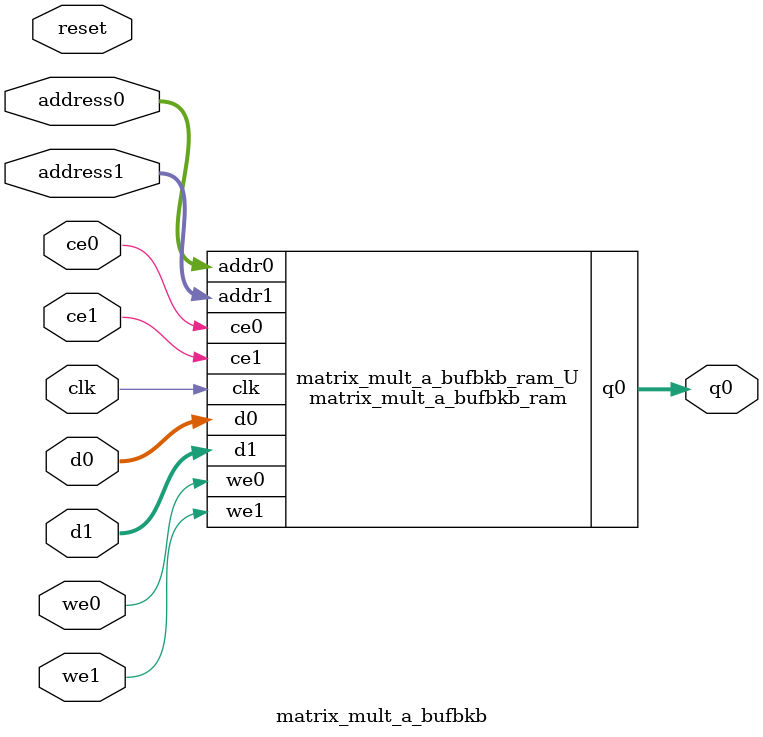
<source format=v>
`timescale 1 ns / 1 ps
module matrix_mult_a_bufbkb_ram (addr0, ce0, d0, we0, q0, addr1, ce1, d1, we1,  clk);

parameter DWIDTH = 32;
parameter AWIDTH = 8;
parameter MEM_SIZE = 200;

input[AWIDTH-1:0] addr0;
input ce0;
input[DWIDTH-1:0] d0;
input we0;
output reg[DWIDTH-1:0] q0;
input[AWIDTH-1:0] addr1;
input ce1;
input[DWIDTH-1:0] d1;
input we1;
input clk;

(* ram_style = "block" *)reg [DWIDTH-1:0] ram[0:MEM_SIZE-1];




always @(posedge clk)  
begin 
    if (ce0) begin
        if (we0) 
            ram[addr0] <= d0; 
        q0 <= ram[addr0];
    end
end


always @(posedge clk)  
begin 
    if (ce1) begin
        if (we1) 
            ram[addr1] <= d1; 
    end
end


endmodule

`timescale 1 ns / 1 ps
module matrix_mult_a_bufbkb(
    reset,
    clk,
    address0,
    ce0,
    we0,
    d0,
    q0,
    address1,
    ce1,
    we1,
    d1);

parameter DataWidth = 32'd32;
parameter AddressRange = 32'd200;
parameter AddressWidth = 32'd8;
input reset;
input clk;
input[AddressWidth - 1:0] address0;
input ce0;
input we0;
input[DataWidth - 1:0] d0;
output[DataWidth - 1:0] q0;
input[AddressWidth - 1:0] address1;
input ce1;
input we1;
input[DataWidth - 1:0] d1;



matrix_mult_a_bufbkb_ram matrix_mult_a_bufbkb_ram_U(
    .clk( clk ),
    .addr0( address0 ),
    .ce0( ce0 ),
    .we0( we0 ),
    .d0( d0 ),
    .q0( q0 ),
    .addr1( address1 ),
    .ce1( ce1 ),
    .we1( we1 ),
    .d1( d1 ));

endmodule


</source>
